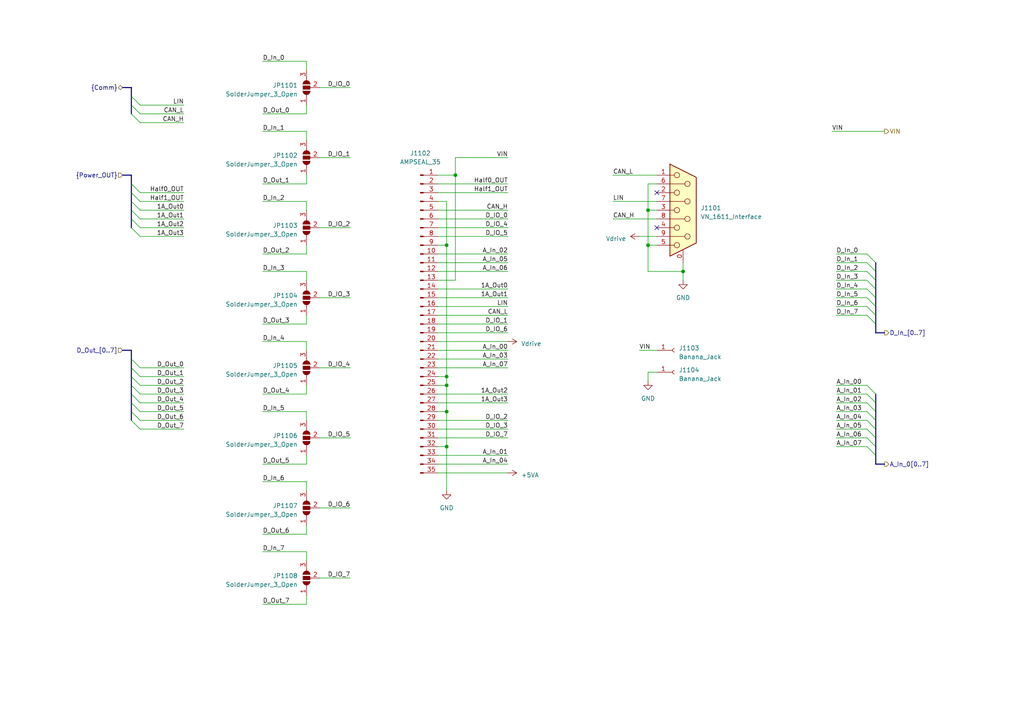
<source format=kicad_sch>
(kicad_sch (version 20230121) (generator eeschema)
  (paper "A4")
  (lib_symbols
    (symbol "Connector:Conn_01x01_Socket" (pin_names (offset 1.016) hide)
      (property "Reference" "J" (at 0 2.54 0))
      (property "Value" "Conn_01x01_Socket" (at 0 -2.54 0))
      (symbol "Conn_01x01_Socket_1_1"
        (polyline (pts (xy -1.27 0) (xy -0.508 0)) (stroke (width 0.1524)))
        (arc (start 0 0.508) (mid -0.5058 0) (end 0 -0.508) (stroke (width 0.1524)))
        (pin passive line (at -5.08 0 0) (length 3.81) (name "Pin_1") (number "1"))
      )
    )
    (symbol "Connector:DE9_Receptacle_MountingHoles" (pin_names (offset 1.016) hide)
      (property "Reference" "J" (at 0 16.51 0))
      (property "Value" "DE9_Receptacle_MountingHoles" (at 0 14.605 0))
      (symbol "DE9_Receptacle_MountingHoles_0_1"
        (circle (center -1.778 -10.16) (radius 0.762))
        (circle (center -1.778 -5.08) (radius 0.762))
        (circle (center -1.778 0) (radius 0.762))
        (circle (center -1.778 5.08) (radius 0.762))
        (circle (center -1.778 10.16) (radius 0.762))
        (polyline (pts (xy -3.81 -10.16) (xy -2.54 -10.16)))
        (polyline (pts (xy -3.81 -7.62) (xy 0.508 -7.62)))
        (polyline (pts (xy -3.81 -5.08) (xy -2.54 -5.08)))
        (polyline (pts (xy -3.81 -2.54) (xy 0.508 -2.54)))
        (polyline (pts (xy -3.81 0) (xy -2.54 0)))
        (polyline (pts (xy -3.81 2.54) (xy 0.508 2.54)))
        (polyline (pts (xy -3.81 5.08) (xy -2.54 5.08)))
        (polyline (pts (xy -3.81 7.62) (xy 0.508 7.62)))
        (polyline (pts (xy -3.81 10.16) (xy -2.54 10.16)))
        (polyline (pts (xy -3.81 13.335) (xy -3.81 -13.335) (xy 3.81 -9.525) (xy 3.81 9.525) (xy -3.81 13.335)) (stroke (width 0.254)) (fill (type background)))
        (circle (center 1.27 -7.62) (radius 0.762))
        (circle (center 1.27 -2.54) (radius 0.762))
        (circle (center 1.27 2.54) (radius 0.762))
        (circle (center 1.27 7.62) (radius 0.762))
      )
      (symbol "DE9_Receptacle_MountingHoles_1_1"
        (pin passive line (at 0 -15.24 90) (length 3.81) (name "PAD") (number "0"))
        (pin passive line (at -7.62 10.16 0) (length 3.81) (name "1") (number "1"))
        (pin passive line (at -7.62 5.08 0) (length 3.81) (name "2") (number "2"))
        (pin passive line (at -7.62 0 0) (length 3.81) (name "3") (number "3"))
        (pin passive line (at -7.62 -5.08 0) (length 3.81) (name "4") (number "4"))
        (pin passive line (at -7.62 -10.16 0) (length 3.81) (name "5") (number "5"))
        (pin passive line (at -7.62 7.62 0) (length 3.81) (name "6") (number "6"))
        (pin passive line (at -7.62 2.54 0) (length 3.81) (name "7") (number "7"))
        (pin passive line (at -7.62 -2.54 0) (length 3.81) (name "8") (number "8"))
        (pin passive line (at -7.62 -7.62 0) (length 3.81) (name "9") (number "9"))
      )
    )
    (symbol "FaSTTUBe_connectors:AMPSEAL_35_90deg" (pin_names (offset 1.016) hide)
      (property "Reference" "J" (at 0 45.72 0))
      (property "Value" "AMPSEAL_35" (at 0 -45.72 0))
      (symbol "AMPSEAL_35_90deg_1_1"
        (polyline (pts (xy 1.27 -43.18) (xy 0.8636 -43.18)) (stroke (width 0.1524)))
        (polyline (pts (xy 1.27 -40.64) (xy 0.8636 -40.64)) (stroke (width 0.1524)))
        (polyline (pts (xy 1.27 -38.1) (xy 0.8636 -38.1)) (stroke (width 0.1524)))
        (polyline (pts (xy 1.27 -35.56) (xy 0.8636 -35.56)) (stroke (width 0.1524)))
        (polyline (pts (xy 1.27 -33.02) (xy 0.8636 -33.02)) (stroke (width 0.1524)))
        (polyline (pts (xy 1.27 -30.48) (xy 0.8636 -30.48)) (stroke (width 0.1524)))
        (polyline (pts (xy 1.27 -27.94) (xy 0.8636 -27.94)) (stroke (width 0.1524)))
        (polyline (pts (xy 1.27 -25.4) (xy 0.8636 -25.4)) (stroke (width 0.1524)))
        (polyline (pts (xy 1.27 -22.86) (xy 0.8636 -22.86)) (stroke (width 0.1524)))
        (polyline (pts (xy 1.27 -20.32) (xy 0.8636 -20.32)) (stroke (width 0.1524)))
        (polyline (pts (xy 1.27 -17.78) (xy 0.8636 -17.78)) (stroke (width 0.1524)))
        (polyline (pts (xy 1.27 -15.24) (xy 0.8636 -15.24)) (stroke (width 0.1524)))
        (polyline (pts (xy 1.27 -12.7) (xy 0.8636 -12.7)) (stroke (width 0.1524)))
        (polyline (pts (xy 1.27 -10.16) (xy 0.8636 -10.16)) (stroke (width 0.1524)))
        (polyline (pts (xy 1.27 -7.62) (xy 0.8636 -7.62)) (stroke (width 0.1524)))
        (polyline (pts (xy 1.27 -5.08) (xy 0.8636 -5.08)) (stroke (width 0.1524)))
        (polyline (pts (xy 1.27 -2.54) (xy 0.8636 -2.54)) (stroke (width 0.1524)))
        (polyline (pts (xy 1.27 0) (xy 0.8636 0)) (stroke (width 0.1524)))
        (polyline (pts (xy 1.27 2.54) (xy 0.8636 2.54)) (stroke (width 0.1524)))
        (polyline (pts (xy 1.27 5.08) (xy 0.8636 5.08)) (stroke (width 0.1524)))
        (polyline (pts (xy 1.27 7.62) (xy 0.8636 7.62)) (stroke (width 0.1524)))
        (polyline (pts (xy 1.27 10.16) (xy 0.8636 10.16)) (stroke (width 0.1524)))
        (polyline (pts (xy 1.27 12.7) (xy 0.8636 12.7)) (stroke (width 0.1524)))
        (polyline (pts (xy 1.27 15.24) (xy 0.8636 15.24)) (stroke (width 0.1524)))
        (polyline (pts (xy 1.27 17.78) (xy 0.8636 17.78)) (stroke (width 0.1524)))
        (polyline (pts (xy 1.27 20.32) (xy 0.8636 20.32)) (stroke (width 0.1524)))
        (polyline (pts (xy 1.27 22.86) (xy 0.8636 22.86)) (stroke (width 0.1524)))
        (polyline (pts (xy 1.27 25.4) (xy 0.8636 25.4)) (stroke (width 0.1524)))
        (polyline (pts (xy 1.27 27.94) (xy 0.8636 27.94)) (stroke (width 0.1524)))
        (polyline (pts (xy 1.27 30.48) (xy 0.8636 30.48)) (stroke (width 0.1524)))
        (polyline (pts (xy 1.27 33.02) (xy 0.8636 33.02)) (stroke (width 0.1524)))
        (polyline (pts (xy 1.27 35.56) (xy 0.8636 35.56)) (stroke (width 0.1524)))
        (polyline (pts (xy 1.27 38.1) (xy 0.8636 38.1)) (stroke (width 0.1524)))
        (polyline (pts (xy 1.27 40.64) (xy 0.8636 40.64)) (stroke (width 0.1524)))
        (polyline (pts (xy 1.27 43.18) (xy 0.8636 43.18)) (stroke (width 0.1524)))
        (rectangle (start 0.8636 -43.053) (end 0 -43.307) (stroke (width 0.1524)) (fill (type outline)))
        (rectangle (start 0.8636 -40.513) (end 0 -40.767) (stroke (width 0.1524)) (fill (type outline)))
        (rectangle (start 0.8636 -37.973) (end 0 -38.227) (stroke (width 0.1524)) (fill (type outline)))
        (rectangle (start 0.8636 -35.433) (end 0 -35.687) (stroke (width 0.1524)) (fill (type outline)))
        (rectangle (start 0.8636 -32.893) (end 0 -33.147) (stroke (width 0.1524)) (fill (type outline)))
        (rectangle (start 0.8636 -30.353) (end 0 -30.607) (stroke (width 0.1524)) (fill (type outline)))
        (rectangle (start 0.8636 -27.813) (end 0 -28.067) (stroke (width 0.1524)) (fill (type outline)))
        (rectangle (start 0.8636 -25.273) (end 0 -25.527) (stroke (width 0.1524)) (fill (type outline)))
        (rectangle (start 0.8636 -22.733) (end 0 -22.987) (stroke (width 0.1524)) (fill (type outline)))
        (rectangle (start 0.8636 -20.193) (end 0 -20.447) (stroke (width 0.1524)) (fill (type outline)))
        (rectangle (start 0.8636 -17.653) (end 0 -17.907) (stroke (width 0.1524)) (fill (type outline)))
        (rectangle (start 0.8636 -15.113) (end 0 -15.367) (stroke (width 0.1524)) (fill (type outline)))
        (rectangle (start 0.8636 -12.573) (end 0 -12.827) (stroke (width 0.1524)) (fill (type outline)))
        (rectangle (start 0.8636 -10.033) (end 0 -10.287) (stroke (width 0.1524)) (fill (type outline)))
        (rectangle (start 0.8636 -7.493) (end 0 -7.747) (stroke (width 0.1524)) (fill (type outline)))
        (rectangle (start 0.8636 -4.953) (end 0 -5.207) (stroke (width 0.1524)) (fill (type outline)))
        (rectangle (start 0.8636 -2.413) (end 0 -2.667) (stroke (width 0.1524)) (fill (type outline)))
        (rectangle (start 0.8636 0.127) (end 0 -0.127) (stroke (width 0.1524)) (fill (type outline)))
        (rectangle (start 0.8636 2.667) (end 0 2.413) (stroke (width 0.1524)) (fill (type outline)))
        (rectangle (start 0.8636 5.207) (end 0 4.953) (stroke (width 0.1524)) (fill (type outline)))
        (rectangle (start 0.8636 7.747) (end 0 7.493) (stroke (width 0.1524)) (fill (type outline)))
        (rectangle (start 0.8636 10.287) (end 0 10.033) (stroke (width 0.1524)) (fill (type outline)))
        (rectangle (start 0.8636 12.827) (end 0 12.573) (stroke (width 0.1524)) (fill (type outline)))
        (rectangle (start 0.8636 15.367) (end 0 15.113) (stroke (width 0.1524)) (fill (type outline)))
        (rectangle (start 0.8636 17.907) (end 0 17.653) (stroke (width 0.1524)) (fill (type outline)))
        (rectangle (start 0.8636 20.447) (end 0 20.193) (stroke (width 0.1524)) (fill (type outline)))
        (rectangle (start 0.8636 22.987) (end 0 22.733) (stroke (width 0.1524)) (fill (type outline)))
        (rectangle (start 0.8636 25.527) (end 0 25.273) (stroke (width 0.1524)) (fill (type outline)))
        (rectangle (start 0.8636 28.067) (end 0 27.813) (stroke (width 0.1524)) (fill (type outline)))
        (rectangle (start 0.8636 30.607) (end 0 30.353) (stroke (width 0.1524)) (fill (type outline)))
        (rectangle (start 0.8636 33.147) (end 0 32.893) (stroke (width 0.1524)) (fill (type outline)))
        (rectangle (start 0.8636 35.687) (end 0 35.433) (stroke (width 0.1524)) (fill (type outline)))
        (rectangle (start 0.8636 38.227) (end 0 37.973) (stroke (width 0.1524)) (fill (type outline)))
        (rectangle (start 0.8636 40.767) (end 0 40.513) (stroke (width 0.1524)) (fill (type outline)))
        (rectangle (start 0.8636 43.307) (end 0 43.053) (stroke (width 0.1524)) (fill (type outline)))
        (pin passive line (at 5.08 43.18 180) (length 3.81) (name "Pin_1") (number "1"))
        (pin passive line (at 5.08 20.32 180) (length 3.81) (name "Pin_10") (number "10"))
        (pin passive line (at 5.08 17.78 180) (length 3.81) (name "Pin_11") (number "11"))
        (pin passive line (at 5.08 15.24 180) (length 3.81) (name "Pin_12") (number "12"))
        (pin passive line (at 5.08 12.7 180) (length 3.81) (name "Pin_13") (number "13"))
        (pin passive line (at 5.08 10.16 180) (length 3.81) (name "Pin_14") (number "14"))
        (pin passive line (at 5.08 7.62 180) (length 3.81) (name "Pin_15") (number "15"))
        (pin passive line (at 5.08 5.08 180) (length 3.81) (name "Pin_16") (number "16"))
        (pin passive line (at 5.08 2.54 180) (length 3.81) (name "Pin_17") (number "17"))
        (pin passive line (at 5.08 0 180) (length 3.81) (name "Pin_18") (number "18"))
        (pin passive line (at 5.08 -2.54 180) (length 3.81) (name "Pin_19") (number "19"))
        (pin passive line (at 5.08 40.64 180) (length 3.81) (name "Pin_2") (number "2"))
        (pin passive line (at 5.08 -5.08 180) (length 3.81) (name "Pin_20") (number "20"))
        (pin passive line (at 5.08 -7.62 180) (length 3.81) (name "Pin_21") (number "21"))
        (pin passive line (at 5.08 -10.16 180) (length 3.81) (name "Pin_22") (number "22"))
        (pin passive line (at 5.08 -12.7 180) (length 3.81) (name "Pin_23") (number "23"))
        (pin passive line (at 5.08 -15.24 180) (length 3.81) (name "Pin_24") (number "24"))
        (pin passive line (at 5.08 -17.78 180) (length 3.81) (name "Pin_25") (number "25"))
        (pin passive line (at 5.08 -20.32 180) (length 3.81) (name "Pin_26") (number "26"))
        (pin passive line (at 5.08 -22.86 180) (length 3.81) (name "Pin_27") (number "27"))
        (pin passive line (at 5.08 -25.4 180) (length 3.81) (name "Pin_28") (number "28"))
        (pin passive line (at 5.08 -27.94 180) (length 3.81) (name "Pin_29") (number "29"))
        (pin passive line (at 5.08 38.1 180) (length 3.81) (name "Pin_3") (number "3"))
        (pin passive line (at 5.08 -30.48 180) (length 3.81) (name "Pin_30") (number "30"))
        (pin passive line (at 5.08 -33.02 180) (length 3.81) (name "Pin_31") (number "31"))
        (pin passive line (at 5.08 -35.56 180) (length 3.81) (name "Pin_32") (number "32"))
        (pin passive line (at 5.08 -38.1 180) (length 3.81) (name "Pin_33") (number "33"))
        (pin passive line (at 5.08 -40.64 180) (length 3.81) (name "Pin_34") (number "34"))
        (pin passive line (at 5.08 -43.18 180) (length 3.81) (name "Pin_35") (number "35"))
        (pin passive line (at 5.08 35.56 180) (length 3.81) (name "Pin_4") (number "4"))
        (pin passive line (at 5.08 33.02 180) (length 3.81) (name "Pin_5") (number "5"))
        (pin passive line (at 5.08 30.48 180) (length 3.81) (name "Pin_6") (number "6"))
        (pin passive line (at 5.08 27.94 180) (length 3.81) (name "Pin_7") (number "7"))
        (pin passive line (at 5.08 25.4 180) (length 3.81) (name "Pin_8") (number "8"))
        (pin passive line (at 5.08 22.86 180) (length 3.81) (name "Pin_9") (number "9"))
      )
    )
    (symbol "Jumper:SolderJumper_3_Open" (pin_names (offset 0) hide)
      (property "Reference" "JP" (at -2.54 -2.54 0))
      (property "Value" "SolderJumper_3_Open" (at 0 2.794 0))
      (symbol "SolderJumper_3_Open_0_1"
        (arc (start -1.016 1.016) (mid -2.0276 0) (end -1.016 -1.016))
        (arc (start -1.016 1.016) (mid -2.0276 0) (end -1.016 -1.016) (fill (type outline)))
        (rectangle (start -0.508 1.016) (end 0.508 -1.016) (fill (type outline)))
        (polyline (pts (xy -2.54 0) (xy -2.032 0)))
        (polyline (pts (xy -1.016 1.016) (xy -1.016 -1.016)))
        (polyline (pts (xy 0 -1.27) (xy 0 -1.016)))
        (polyline (pts (xy 1.016 1.016) (xy 1.016 -1.016)))
        (polyline (pts (xy 2.54 0) (xy 2.032 0)))
        (arc (start 1.016 -1.016) (mid 2.0276 0) (end 1.016 1.016))
        (arc (start 1.016 -1.016) (mid 2.0276 0) (end 1.016 1.016) (fill (type outline)))
      )
      (symbol "SolderJumper_3_Open_1_1"
        (pin passive line (at -5.08 0 0) (length 2.54) (name "A") (number "1"))
        (pin passive line (at 0 -3.81 90) (length 2.54) (name "C") (number "2"))
        (pin passive line (at 5.08 0 180) (length 2.54) (name "B") (number "3"))
      )
    )
    (symbol "power:+5VA" (power) (pin_names (offset 0))
      (property "Value" "+5VA" (at 0 3.556 0))
      (symbol "+5VA_0_1"
        (polyline (pts (xy -0.762 1.27) (xy 0 2.54)))
        (polyline (pts (xy 0 0) (xy 0 2.54)))
        (polyline (pts (xy 0 2.54) (xy 0.762 1.27)))
      )
      (symbol "+5VA_1_1"
        (pin power_in line (at 0 0 90) (length 0) hide (name "+5VA") (number "1"))
      )
    )
    (symbol "power:GND" (power) (pin_names (offset 0))
      (property "Value" "GND" (at 0 -3.81 0))
      (symbol "GND_0_1"
        (polyline (pts (xy 0 0) (xy 0 -1.27) (xy 1.27 -1.27) (xy 0 -2.54) (xy -1.27 -1.27) (xy 0 -1.27)))
      )
      (symbol "GND_1_1"
        (pin power_in line (at 0 0 270) (length 0) hide (name "GND") (number "1"))
      )
    )
    (symbol "power:Vdrive" (power) (pin_names (offset 0))
      (property "Value" "Vdrive" (at 0 3.81 0))
      (symbol "Vdrive_0_1"
        (polyline (pts (xy -0.762 1.27) (xy 0 2.54)))
        (polyline (pts (xy 0 0) (xy 0 2.54)))
        (polyline (pts (xy 0 2.54) (xy 0.762 1.27)))
      )
      (symbol "Vdrive_1_1"
        (pin power_in line (at 0 0 90) (length 0) hide (name "Vdrive") (number "1"))
      )
    )
  )
  (junction (at 129.54 109.22))
  (junction (at 132.08 50.8))
  (junction (at 129.54 129.54))
  (junction (at 129.54 71.12))
  (junction (at 187.96 60.96))
  (junction (at 129.54 119.38))
  (junction (at 198.12 78.74))
  (junction (at 187.96 71.12))
  (junction (at 129.54 111.76))
  (no_connect (at 190.5 55.88))
  (no_connect (at 190.5 66.04))
  (bus_entry (at 254 129.54) (size -2.54 -2.54))
  (bus_entry (at 40.64 106.68) (size -2.54 -2.54))
  (bus_entry (at 254 132.08) (size -2.54 -2.54))
  (bus_entry (at 40.64 66.04) (size -2.54 -2.54))
  (bus_entry (at 254 76.2) (size -2.54 -2.54))
  (bus_entry (at 254 78.74) (size -2.54 -2.54))
  (bus_entry (at 254 119.38) (size -2.54 -2.54))
  (bus_entry (at 40.64 114.3) (size -2.54 -2.54))
  (bus_entry (at 40.64 121.92) (size -2.54 -2.54))
  (bus_entry (at 40.64 33.02) (size -2.54 -2.54))
  (bus_entry (at 40.64 63.5) (size -2.54 -2.54))
  (bus_entry (at 254 116.84) (size -2.54 -2.54))
  (bus_entry (at 40.64 111.76) (size -2.54 -2.54))
  (bus_entry (at 40.64 124.46) (size -2.54 -2.54))
  (bus_entry (at 40.64 68.58) (size -2.54 -2.54))
  (bus_entry (at 254 83.82) (size -2.54 -2.54))
  (bus_entry (at 254 91.44) (size -2.54 -2.54))
  (bus_entry (at 254 81.28) (size -2.54 -2.54))
  (bus_entry (at 254 124.46) (size -2.54 -2.54))
  (bus_entry (at 40.64 119.38) (size -2.54 -2.54))
  (bus_entry (at 40.64 30.48) (size -2.54 -2.54))
  (bus_entry (at 40.64 58.42) (size -2.54 -2.54))
  (bus_entry (at 254 86.36) (size -2.54 -2.54))
  (bus_entry (at 254 93.98) (size -2.54 -2.54))
  (bus_entry (at 40.64 60.96) (size -2.54 -2.54))
  (bus_entry (at 40.64 109.22) (size -2.54 -2.54))
  (bus_entry (at 40.64 116.84) (size -2.54 -2.54))
  (bus_entry (at 254 88.9) (size -2.54 -2.54))
  (bus_entry (at 40.64 55.88) (size -2.54 -2.54))
  (bus_entry (at 254 127) (size -2.54 -2.54))
  (bus_entry (at 40.64 35.56) (size -2.54 -2.54))
  (bus_entry (at 254 114.3) (size -2.54 -2.54))
  (bus_entry (at 254 121.92) (size -2.54 -2.54))
  (wire (pts (xy 251.46 78.74) (xy 242.57 78.74)))
  (wire (pts (xy 40.64 106.68) (xy 53.34 106.68)))
  (bus (pts (xy 254 116.84) (xy 254 114.3)))
  (wire (pts (xy 198.12 78.74) (xy 198.12 81.28)))
  (bus (pts (xy 254 93.98) (xy 254 96.52)))
  (wire (pts (xy 76.2 139.7) (xy 88.9 139.7)))
  (wire (pts (xy 127 83.82) (xy 147.32 83.82)))
  (wire (pts (xy 92.71 127) (xy 101.6 127)))
  (wire (pts (xy 92.71 86.36) (xy 101.6 86.36)))
  (bus (pts (xy 254 119.38) (xy 254 116.84)))
  (bus (pts (xy 35.56 25.4) (xy 38.1 25.4)))
  (bus (pts (xy 254 91.44) (xy 254 88.9)))
  (wire (pts (xy 190.5 50.8) (xy 177.8 50.8)))
  (wire (pts (xy 40.64 33.02) (xy 53.34 33.02)))
  (wire (pts (xy 129.54 111.76) (xy 129.54 119.38)))
  (wire (pts (xy 129.54 71.12) (xy 129.54 109.22)))
  (bus (pts (xy 254 96.52) (xy 256.54 96.52)))
  (bus (pts (xy 254 86.36) (xy 254 83.82)))
  (wire (pts (xy 198.12 76.2) (xy 198.12 78.74)))
  (wire (pts (xy 127 60.96) (xy 147.32 60.96)))
  (wire (pts (xy 132.08 45.72) (xy 147.32 45.72)))
  (bus (pts (xy 254 132.08) (xy 254 129.54)))
  (wire (pts (xy 251.46 91.44) (xy 242.57 91.44)))
  (wire (pts (xy 92.71 45.72) (xy 101.6 45.72)))
  (wire (pts (xy 53.34 68.58) (xy 40.64 68.58)))
  (wire (pts (xy 88.9 101.6) (xy 88.9 99.06)))
  (wire (pts (xy 76.2 160.02) (xy 88.9 160.02)))
  (wire (pts (xy 132.08 81.28) (xy 127 81.28)))
  (wire (pts (xy 127 93.98) (xy 147.32 93.98)))
  (bus (pts (xy 38.1 50.8) (xy 35.56 50.8)))
  (wire (pts (xy 40.64 121.92) (xy 53.34 121.92)))
  (wire (pts (xy 53.34 30.48) (xy 40.64 30.48)))
  (wire (pts (xy 53.34 66.04) (xy 40.64 66.04)))
  (wire (pts (xy 251.46 119.38) (xy 242.57 119.38)))
  (wire (pts (xy 190.5 60.96) (xy 187.96 60.96)))
  (wire (pts (xy 127 76.2) (xy 147.32 76.2)))
  (wire (pts (xy 76.2 53.34) (xy 88.9 53.34)))
  (wire (pts (xy 132.08 45.72) (xy 132.08 50.8)))
  (wire (pts (xy 251.46 81.28) (xy 242.57 81.28)))
  (bus (pts (xy 38.1 27.94) (xy 38.1 25.4)))
  (wire (pts (xy 88.9 40.64) (xy 88.9 38.1)))
  (wire (pts (xy 251.46 86.36) (xy 242.57 86.36)))
  (wire (pts (xy 251.46 83.82) (xy 242.57 83.82)))
  (wire (pts (xy 53.34 58.42) (xy 40.64 58.42)))
  (wire (pts (xy 88.9 111.76) (xy 88.9 114.3)))
  (wire (pts (xy 127 137.16) (xy 147.32 137.16)))
  (wire (pts (xy 88.9 81.28) (xy 88.9 78.74)))
  (wire (pts (xy 127 101.6) (xy 147.32 101.6)))
  (wire (pts (xy 88.9 20.32) (xy 88.9 17.78)))
  (wire (pts (xy 185.42 68.58) (xy 190.5 68.58)))
  (wire (pts (xy 127 124.46) (xy 147.32 124.46)))
  (wire (pts (xy 127 104.14) (xy 147.32 104.14)))
  (wire (pts (xy 92.71 106.68) (xy 101.6 106.68)))
  (bus (pts (xy 254 93.98) (xy 254 91.44)))
  (wire (pts (xy 88.9 152.4) (xy 88.9 154.94)))
  (wire (pts (xy 76.2 33.02) (xy 88.9 33.02)))
  (bus (pts (xy 38.1 53.34) (xy 38.1 50.8)))
  (wire (pts (xy 92.71 25.4) (xy 101.6 25.4)))
  (wire (pts (xy 76.2 93.98) (xy 88.9 93.98)))
  (bus (pts (xy 254 134.62) (xy 254 132.08)))
  (wire (pts (xy 251.46 124.46) (xy 242.57 124.46)))
  (wire (pts (xy 88.9 50.8) (xy 88.9 53.34)))
  (wire (pts (xy 53.34 60.96) (xy 40.64 60.96)))
  (wire (pts (xy 127 129.54) (xy 129.54 129.54)))
  (wire (pts (xy 88.9 142.24) (xy 88.9 139.7)))
  (wire (pts (xy 127 111.76) (xy 129.54 111.76)))
  (wire (pts (xy 76.2 119.38) (xy 88.9 119.38)))
  (wire (pts (xy 127 109.22) (xy 129.54 109.22)))
  (wire (pts (xy 88.9 121.92) (xy 88.9 119.38)))
  (wire (pts (xy 76.2 78.74) (xy 88.9 78.74)))
  (bus (pts (xy 38.1 106.68) (xy 38.1 104.14)))
  (wire (pts (xy 76.2 134.62) (xy 88.9 134.62)))
  (wire (pts (xy 53.34 63.5) (xy 40.64 63.5)))
  (wire (pts (xy 76.2 154.94) (xy 88.9 154.94)))
  (wire (pts (xy 40.64 35.56) (xy 53.34 35.56)))
  (wire (pts (xy 92.71 66.04) (xy 101.6 66.04)))
  (wire (pts (xy 129.54 129.54) (xy 129.54 142.24)))
  (wire (pts (xy 76.2 38.1) (xy 88.9 38.1)))
  (wire (pts (xy 251.46 114.3) (xy 242.57 114.3)))
  (wire (pts (xy 40.64 111.76) (xy 53.34 111.76)))
  (wire (pts (xy 127 127) (xy 147.32 127)))
  (bus (pts (xy 256.54 134.62) (xy 254 134.62)))
  (bus (pts (xy 38.1 116.84) (xy 38.1 114.3)))
  (bus (pts (xy 38.1 121.92) (xy 38.1 119.38)))
  (wire (pts (xy 127 55.88) (xy 147.32 55.88)))
  (wire (pts (xy 251.46 73.66) (xy 242.57 73.66)))
  (wire (pts (xy 88.9 172.72) (xy 88.9 175.26)))
  (wire (pts (xy 129.54 119.38) (xy 129.54 129.54)))
  (bus (pts (xy 38.1 66.04) (xy 38.1 63.5)))
  (bus (pts (xy 35.56 101.6) (xy 38.1 101.6)))
  (bus (pts (xy 254 129.54) (xy 254 127)))
  (wire (pts (xy 251.46 129.54) (xy 242.57 129.54)))
  (wire (pts (xy 127 114.3) (xy 147.32 114.3)))
  (wire (pts (xy 129.54 58.42) (xy 129.54 71.12)))
  (wire (pts (xy 127 119.38) (xy 129.54 119.38)))
  (bus (pts (xy 38.1 109.22) (xy 38.1 106.68)))
  (wire (pts (xy 187.96 71.12) (xy 190.5 71.12)))
  (wire (pts (xy 127 106.68) (xy 147.32 106.68)))
  (wire (pts (xy 40.64 116.84) (xy 53.34 116.84)))
  (wire (pts (xy 127 99.06) (xy 147.32 99.06)))
  (wire (pts (xy 127 88.9) (xy 147.32 88.9)))
  (wire (pts (xy 198.12 78.74) (xy 187.96 78.74)))
  (wire (pts (xy 88.9 162.56) (xy 88.9 160.02)))
  (wire (pts (xy 88.9 91.44) (xy 88.9 93.98)))
  (bus (pts (xy 38.1 104.14) (xy 38.1 101.6)))
  (bus (pts (xy 38.1 111.76) (xy 38.1 109.22)))
  (wire (pts (xy 190.5 107.95) (xy 187.96 107.95)))
  (wire (pts (xy 127 91.44) (xy 147.32 91.44)))
  (bus (pts (xy 38.1 58.42) (xy 38.1 55.88)))
  (wire (pts (xy 76.2 175.26) (xy 88.9 175.26)))
  (wire (pts (xy 127 86.36) (xy 147.32 86.36)))
  (bus (pts (xy 38.1 63.5) (xy 38.1 60.96)))
  (wire (pts (xy 127 50.8) (xy 132.08 50.8)))
  (wire (pts (xy 127 73.66) (xy 147.32 73.66)))
  (wire (pts (xy 187.96 53.34) (xy 187.96 60.96)))
  (wire (pts (xy 127 96.52) (xy 147.32 96.52)))
  (wire (pts (xy 177.8 58.42) (xy 190.5 58.42)))
  (wire (pts (xy 127 66.04) (xy 147.32 66.04)))
  (wire (pts (xy 129.54 109.22) (xy 129.54 111.76)))
  (wire (pts (xy 76.2 17.78) (xy 88.9 17.78)))
  (wire (pts (xy 88.9 60.96) (xy 88.9 58.42)))
  (bus (pts (xy 38.1 114.3) (xy 38.1 111.76)))
  (wire (pts (xy 88.9 132.08) (xy 88.9 134.62)))
  (wire (pts (xy 40.64 124.46) (xy 53.34 124.46)))
  (wire (pts (xy 187.96 78.74) (xy 187.96 71.12)))
  (wire (pts (xy 127 134.62) (xy 147.32 134.62)))
  (bus (pts (xy 38.1 55.88) (xy 38.1 53.34)))
  (wire (pts (xy 76.2 99.06) (xy 88.9 99.06)))
  (bus (pts (xy 254 127) (xy 254 124.46)))
  (bus (pts (xy 254 124.46) (xy 254 121.92)))
  (bus (pts (xy 38.1 30.48) (xy 38.1 27.94)))
  (bus (pts (xy 254 83.82) (xy 254 81.28)))
  (wire (pts (xy 127 63.5) (xy 147.32 63.5)))
  (wire (pts (xy 40.64 119.38) (xy 53.34 119.38)))
  (wire (pts (xy 251.46 116.84) (xy 242.57 116.84)))
  (wire (pts (xy 53.34 55.88) (xy 40.64 55.88)))
  (wire (pts (xy 251.46 121.92) (xy 242.57 121.92)))
  (wire (pts (xy 187.96 60.96) (xy 187.96 71.12)))
  (wire (pts (xy 40.64 109.22) (xy 53.34 109.22)))
  (wire (pts (xy 88.9 71.12) (xy 88.9 73.66)))
  (wire (pts (xy 127 78.74) (xy 147.32 78.74)))
  (wire (pts (xy 92.71 147.32) (xy 101.6 147.32)))
  (bus (pts (xy 254 78.74) (xy 254 76.2)))
  (wire (pts (xy 251.46 111.76) (xy 242.57 111.76)))
  (wire (pts (xy 127 71.12) (xy 129.54 71.12)))
  (wire (pts (xy 251.46 88.9) (xy 242.57 88.9)))
  (wire (pts (xy 251.46 127) (xy 242.57 127)))
  (wire (pts (xy 127 132.08) (xy 147.32 132.08)))
  (wire (pts (xy 40.64 114.3) (xy 53.34 114.3)))
  (wire (pts (xy 76.2 58.42) (xy 88.9 58.42)))
  (wire (pts (xy 185.42 101.6) (xy 190.5 101.6)))
  (wire (pts (xy 92.71 167.64) (xy 101.6 167.64)))
  (bus (pts (xy 254 88.9) (xy 254 86.36)))
  (wire (pts (xy 127 53.34) (xy 147.32 53.34)))
  (wire (pts (xy 127 121.92) (xy 147.32 121.92)))
  (wire (pts (xy 190.5 53.34) (xy 187.96 53.34)))
  (wire (pts (xy 76.2 73.66) (xy 88.9 73.66)))
  (wire (pts (xy 132.08 50.8) (xy 132.08 81.28)))
  (wire (pts (xy 127 58.42) (xy 129.54 58.42)))
  (wire (pts (xy 187.96 107.95) (xy 187.96 110.49)))
  (bus (pts (xy 254 81.28) (xy 254 78.74)))
  (bus (pts (xy 38.1 119.38) (xy 38.1 116.84)))
  (wire (pts (xy 127 68.58) (xy 147.32 68.58)))
  (wire (pts (xy 127 116.84) (xy 147.32 116.84)))
  (bus (pts (xy 38.1 33.02) (xy 38.1 30.48)))
  (bus (pts (xy 38.1 60.96) (xy 38.1 58.42)))
  (bus (pts (xy 254 121.92) (xy 254 119.38)))
  (wire (pts (xy 76.2 114.3) (xy 88.9 114.3)))
  (wire (pts (xy 190.5 63.5) (xy 177.8 63.5)))
  (wire (pts (xy 241.3 38.1) (xy 256.54 38.1)))
  (wire (pts (xy 88.9 30.48) (xy 88.9 33.02)))
  (wire (pts (xy 251.46 76.2) (xy 242.57 76.2)))
  (label "A_In_01" (at 147.32 132.08 180))
  (label "VIN" (at 147.32 45.72 180))
  (label "D_IO_0" (at 147.32 63.5 180))
  (label "D_Out_2" (at 76.2 73.66 0))
  (label "Half0_OUT" (at 53.34 55.88 180))
  (label "D_In_3" (at 76.2 78.74 0))
  (label "D_IO_3" (at 101.6 86.36 180))
  (label "A_In_01" (at 242.57 114.3 0))
  (label "D_IO_7" (at 101.6 167.64 180))
  (label "D_In_7" (at 242.57 91.44 0))
  (label "D_Out_0" (at 76.2 33.02 0))
  (label "CAN_L" (at 147.32 91.44 180))
  (label "D_In_4" (at 242.57 83.82 0))
  (label "A_In_06" (at 242.57 127 0))
  (label "D_Out_5" (at 53.34 119.38 180))
  (label "D_In_2" (at 242.57 78.74 0))
  (label "D_Out_1" (at 53.34 109.22 180))
  (label "D_In_4" (at 76.2 99.06 0))
  (label "D_IO_3" (at 147.32 124.46 180))
  (label "D_IO_4" (at 101.6 106.68 180))
  (label "D_IO_2" (at 101.6 66.04 180))
  (label "D_Out_6" (at 53.34 121.92 180))
  (label "LIN" (at 177.8 58.42 0))
  (label "1A_Out0" (at 53.34 60.96 180))
  (label "D_In_6" (at 242.57 88.9 0))
  (label "A_In_07" (at 147.32 106.68 180))
  (label "D_In_6" (at 76.2 139.7 0))
  (label "D_IO_6" (at 147.32 96.52 180))
  (label "Half1_OUT" (at 147.32 55.88 180))
  (label "1A_Out2" (at 53.34 66.04 180))
  (label "D_Out_1" (at 76.2 53.34 0))
  (label "D_Out_4" (at 76.2 114.3 0))
  (label "A_In_04" (at 242.57 121.92 0))
  (label "Half1_OUT" (at 53.34 58.42 180))
  (label "A_In_03" (at 242.57 119.38 0))
  (label "D_In_5" (at 76.2 119.38 0))
  (label "A_In_00" (at 242.57 111.76 0))
  (label "D_In_7" (at 76.2 160.02 0))
  (label "D_In_2" (at 76.2 58.42 0))
  (label "CAN_L" (at 177.8 50.8 0))
  (label "D_Out_0" (at 53.34 106.68 180))
  (label "D_Out_2" (at 53.34 111.76 180))
  (label "D_In_1" (at 76.2 38.1 0))
  (label "CAN_H" (at 177.8 63.5 0))
  (label "A_In_05" (at 242.57 124.46 0))
  (label "D_Out_3" (at 76.2 93.98 0))
  (label "A_In_03" (at 147.32 104.14 180))
  (label "D_In_0" (at 76.2 17.78 0))
  (label "D_Out_7" (at 53.34 124.46 180))
  (label "1A_Out3" (at 147.32 116.84 180))
  (label "1A_Out2" (at 147.32 114.3 180))
  (label "D_Out_3" (at 53.34 114.3 180))
  (label "A_In_02" (at 147.32 73.66 180))
  (label "D_IO_7" (at 147.32 127 180))
  (label "D_IO_4" (at 147.32 66.04 180))
  (label "D_IO_5" (at 101.6 127 180))
  (label "D_In_5" (at 242.57 86.36 0))
  (label "D_In_1" (at 242.57 76.2 0))
  (label "1A_Out3" (at 53.34 68.58 180))
  (label "D_IO_1" (at 101.6 45.72 180))
  (label "Half0_OUT" (at 147.32 53.34 180))
  (label "A_In_06" (at 147.32 78.74 180))
  (label "A_In_02" (at 242.57 116.84 0))
  (label "D_IO_2" (at 147.32 121.92 180))
  (label "A_In_07" (at 242.57 129.54 0))
  (label "D_IO_6" (at 101.6 147.32 180))
  (label "D_IO_5" (at 147.32 68.58 180))
  (label "LIN" (at 147.32 88.9 180))
  (label "1A_Out1" (at 147.32 86.36 180))
  (label "D_Out_4" (at 53.34 116.84 180))
  (label "CAN_H" (at 147.32 60.96 180))
  (label "A_In_04" (at 147.32 134.62 180))
  (label "A_In_05" (at 147.32 76.2 180))
  (label "A_In_00" (at 147.32 101.6 180))
  (label "D_Out_5" (at 76.2 134.62 0))
  (label "D_Out_7" (at 76.2 175.26 0))
  (label "D_IO_0" (at 101.6 25.4 180))
  (label "1A_Out0" (at 147.32 83.82 180))
  (label "CAN_L" (at 53.34 33.02 180))
  (label "D_Out_6" (at 76.2 154.94 0))
  (label "LIN" (at 53.34 30.48 180))
  (label "D_In_3" (at 242.57 81.28 0))
  (label "1A_Out1" (at 53.34 63.5 180))
  (label "CAN_H" (at 53.34 35.56 180))
  (label "VIN" (at 241.3 38.1 0))
  (label "D_In_0" (at 242.57 73.66 0))
  (label "D_IO_1" (at 147.32 93.98 180))
  (label "VIN" (at 185.42 101.6 0))
  (hierarchical_label "{Power_OUT}" (shape input) (at 35.56 50.8 180))
  (hierarchical_label "D_Out_[0..7]" (shape input) (at 35.56 101.6 180))
  (hierarchical_label "{Comm}" (shape bidirectional) (at 35.56 25.4 180))
  (hierarchical_label "VIN" (shape output) (at 256.54 38.1 0))
  (hierarchical_label "A_In_0[0..7]" (shape output) (at 256.54 134.62 0))
  (hierarchical_label "D_In_[0..7]" (shape output) (at 256.54 96.52 0))
  (symbol (lib_id "Jumper:SolderJumper_3_Open") (at 88.9 127 90) (unit 1)
    (property "Reference" "JP1106" (at 86.36 126.365 90) (effects (justify left)))
    (property "Value" "SolderJumper_3_Open" (at 86.36 128.905 90) (effects (justify left)))
    (property "Footprint" "Jumper:SolderJumper-3_P1.3mm_Open_Pad1.0x1.5mm" (effects hide))
  )
  (symbol (lib_id "power:Vdrive") (at 147.32 99.06 270) (unit 1)
    (property "Reference" "#PWR01103" (effects hide))
    (property "Value" "Vdrive" (at 151.13 99.695 90) (effects (justify left)))
  )
  (symbol (lib_id "power:GND") (at 198.12 81.28 0) (unit 1)
    (property "Reference" "#PWR01102" (effects hide))
    (property "Value" "GND" (at 198.12 86.36 0))
    (instances (project "Sensor_Board" (path "" (reference "#PWR01102") (unit 1))) (project "FT22_VCU_Konzept" (path "" (reference "#PWR0134") (unit 1))))
  )
  (symbol (lib_id "Connector:DE9_Receptacle_MountingHoles") (at 198.12 60.96 0) (unit 1)
    (property "Reference" "J1101" (at 203.2 60.325 0) (effects (justify left)))
    (property "Value" "VN_1611_Interface" (at 203.2 62.865 0) (effects (justify left)))
    (property "Footprint" "Connector_Dsub:DSUB-9_Female_Horizontal_P2.77x2.84mm_EdgePinOffset9.90mm_Housed_MountingHolesOffset11.32mm" (effects hide))
    (property "Datasheet" " ~" (effects hide))
  )
  (symbol (lib_id "Connector:Conn_01x01_Socket") (at 195.58 101.6 0) (unit 1)
    (property "Reference" "J1103" (at 196.85 100.965 0) (effects (justify left)))
    (property "Value" "Banana_Jack" (at 196.85 103.505 0) (effects (justify left)))
    (property "Footprint" "Connector:Banana_Cliff_FCR7350x_S16N-PC_Horizontal" (effects hide))
  )
  (symbol (lib_id "Jumper:SolderJumper_3_Open") (at 88.9 25.4 90) (unit 1)
    (property "Reference" "JP1101" (at 86.36 24.765 90) (effects (justify left)))
    (property "Value" "SolderJumper_3_Open" (at 86.36 27.305 90) (effects (justify left)))
    (property "Footprint" "Jumper:SolderJumper-3_P1.3mm_Open_Pad1.0x1.5mm" (effects hide))
  )
  (symbol (lib_id "power:GND") (at 187.96 110.49 0) (unit 1)
    (property "Reference" "#PWR01104" (effects hide))
    (property "Value" "GND" (at 187.96 115.57 0))
    (instances (project "Sensor_Board" (path "" (reference "#PWR01104") (unit 1))) (project "FT22_VCU_Konzept" (path "" (reference "#PWR0134") (unit 1))))
  )
  (symbol (lib_id "Jumper:SolderJumper_3_Open") (at 88.9 106.68 90) (unit 1)
    (property "Reference" "JP1105" (at 86.36 106.045 90) (effects (justify left)))
    (property "Value" "SolderJumper_3_Open" (at 86.36 108.585 90) (effects (justify left)))
    (property "Footprint" "Jumper:SolderJumper-3_P1.3mm_Open_Pad1.0x1.5mm" (effects hide))
  )
  (symbol (lib_id "Jumper:SolderJumper_3_Open") (at 88.9 147.32 90) (unit 1)
    (property "Reference" "JP1107" (at 86.36 146.685 90) (effects (justify left)))
    (property "Value" "SolderJumper_3_Open" (at 86.36 149.225 90) (effects (justify left)))
    (property "Footprint" "Jumper:SolderJumper-3_P1.3mm_Open_Pad1.0x1.5mm" (effects hide))
  )
  (symbol (lib_id "Connector:Conn_01x01_Socket") (at 195.58 107.95 0) (unit 1)
    (property "Reference" "J1104" (at 196.85 107.315 0) (effects (justify left)))
    (property "Value" "Banana_Jack" (at 196.85 109.855 0) (effects (justify left)))
    (property "Footprint" "Connector:Banana_Cliff_FCR7350x_S16N-PC_Horizontal" (effects hide))
  )
  (symbol (lib_id "power:GND") (at 129.54 142.24 0) (unit 1)
    (property "Reference" "#PWR01106" (effects hide))
    (property "Value" "GND" (at 129.54 147.32 0))
    (instances (project "Sensor_Board" (path "" (reference "#PWR01106") (unit 1))) (project "FT22_VCU_Konzept" (path "" (reference "#PWR0134") (unit 1))))
  )
  (symbol (lib_id "Jumper:SolderJumper_3_Open") (at 88.9 86.36 90) (unit 1)
    (property "Reference" "JP1104" (at 86.36 85.725 90) (effects (justify left)))
    (property "Value" "SolderJumper_3_Open" (at 86.36 88.265 90) (effects (justify left)))
    (property "Footprint" "Jumper:SolderJumper-3_P1.3mm_Open_Pad1.0x1.5mm" (effects hide))
  )
  (symbol (lib_id "Jumper:SolderJumper_3_Open") (at 88.9 66.04 90) (unit 1)
    (property "Reference" "JP1103" (at 86.36 65.405 90) (effects (justify left)))
    (property "Value" "SolderJumper_3_Open" (at 86.36 67.945 90) (effects (justify left)))
    (property "Footprint" "Jumper:SolderJumper-3_P1.3mm_Open_Pad1.0x1.5mm" (effects hide))
  )
  (symbol (lib_id "power:+5VA") (at 147.32 137.16 270) (unit 1)
    (property "Reference" "#PWR01105" (effects hide))
    (property "Value" "+5VA" (at 151.13 137.795 90) (effects (justify left)))
  )
  (symbol (lib_id "Jumper:SolderJumper_3_Open") (at 88.9 45.72 90) (unit 1)
    (property "Reference" "JP1102" (at 86.36 45.085 90) (effects (justify left)))
    (property "Value" "SolderJumper_3_Open" (at 86.36 47.625 90) (effects (justify left)))
    (property "Footprint" "Jumper:SolderJumper-3_P1.3mm_Open_Pad1.0x1.5mm" (effects hide))
  )
  (symbol (lib_id "power:Vdrive") (at 185.42 68.58 90) (unit 1)
    (property "Reference" "#PWR0105" (effects hide))
    (property "Value" "Vdrive" (at 181.61 69.215 90) (effects (justify left)))
    (instances (project "Sensor_Board" (path "" (reference "#PWR0105") (unit 1)) (path "" (reference "#PWR01101") (unit 1))) (project "FT22_VCU_Konzept" (path "" (reference "#PWR0105") (unit 1))))
  )
  (symbol (lib_id "FaSTTUBe_connectors:AMPSEAL_35_90deg") (at 121.92 93.98 0) (unit 1)
    (property "Reference" "J1102" (at 121.92 44.45 0))
    (property "Value" "AMPSEAL_35" (at 121.92 46.99 0))
    (property "Footprint" "FaSTTUBe_connectors:AMPSEAL_35" (effects hide))
    (instances (project "Sensor_Board" (path "" (reference "J1102") (unit 1))) (project "FT22_VCU_Konzept" (path "" (reference "J2") (unit 1))))
  )
  (symbol (lib_id "Jumper:SolderJumper_3_Open") (at 88.9 167.64 90) (unit 1)
    (property "Reference" "JP1108" (at 86.36 167.005 90) (effects (justify left)))
    (property "Value" "SolderJumper_3_Open" (at 86.36 169.545 90) (effects (justify left)))
    (property "Footprint" "Jumper:SolderJumper-3_P1.3mm_Open_Pad1.0x1.5mm" (effects hide))
  )
)
</source>
